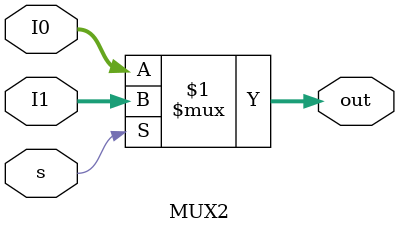
<source format=v>
`ifndef MUX_V
`define MUX_V

module MUX2 #(parameter size = 32)(
    input wire [size-1:0] I0,
    input wire [size-1:0] I1,
    input wire s,
    output wire [size-1:0] out
);
assign out = s?I1:I0;
endmodule

`endif 

</source>
